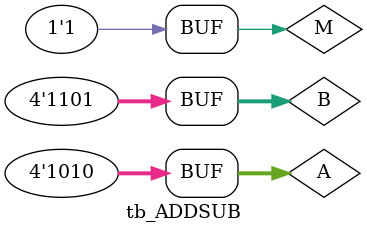
<source format=v>
module FULL_ADDER(A,B,Cin,SUM,Cout);

input A,B,Cin;
output SUM,Cout;

assign {Cout,SUM} = A+B+Cin;


endmodule


module ADD_SUB(a,b,m,s,c);

input [3:0] a,b;
input m;

output [3:0] s;
output c;

wire [3:0] w;

wire c1,c2,c3;

xor x1(w[0],m,b[0]);
xor x2(w[1],m,b[1]);
xor x3(w[2],m,b[2]);
xor x4(w[3],m,b[3]);

FULL_ADDER FA1(a[0],w[0],m,s[0],c1);
FULL_ADDER FA2(a[1],w[1],c1,s[1],c2);
FULL_ADDER FA3(a[2],w[2],c2,s[2],c3);
FULL_ADDER FA4(a[3],w[3],c3,s[3],c);



endmodule


module tb_ADDSUB();

reg [3:0] A,B;
reg M;

wire [3:0] S;
wire C;

ADD_SUB AS(
      .a(A),
      .b(B),
      .m(M),
      .s(S),
      .c(C)
   );

  initial 
     begin
       #10 A=4'b1000;B=4'b0010;M=0;
       #10 A=4'b1000;B=4'b0010;M=1;
       #10 A=4'b1010;B=4'b1101;M=0;
       #10 A=4'b1010;B=4'b1101;M=1;
  
     end

endmodule
</source>
